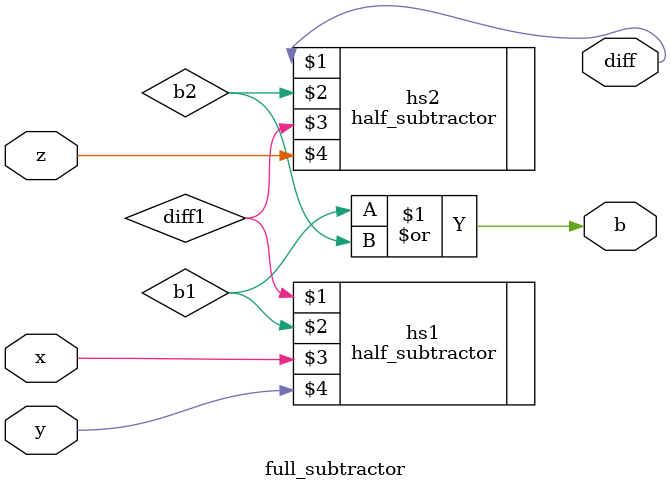
<source format=v>
module full_subtractor(diff, b, x, y, z); /* x - y - z */

input x, y, z;
output diff, b;


/* Structural using two Half Subtractors */

wire diff1, b1, b2;

half_subtractor hs1(diff1, b1, x, y);
half_subtractor hs2(diff, b2, diff1, z);

or o1(b, b1, b2);



/* Gate Level

wire x11, w1, w2, w3;

xor x1(diff, x, y, z);
not n1(x11, x);
and a1(w1, x11, y);
or o1(w2, x11, y);
and a2(w3, z, w2);
or o2(b, w1, w3);

*/


/* Dataflow Model

assign diff = x^y^z;
assign b = (!x)&y | y&z | (!x)&z;

*/


/* Behavioural Model - prefer {s, y, z} in case. Output is reg as usual.

always @(x or y or z) begin

case({x, y, z})

3'b000: begin 
diff = 0; 
b = 0;
end

3'b001: begin 
diff = 1; 
b = 1;
end 

3'b010: begin 
diff = 1; 
b = 1;
end 

3'b011: begin 
diff = 0; 
b = 1;
end

3'b100: begin 
diff = 1; 
b = 0;
end

3'b101: begin 
diff = 0; 
b = 0;
end

3'b110: begin 
diff = 0; 
b = 0;
end 

3'b111: begin 
diff = 1; 
b = 1;
end

endcase
end
*/

endmodule




/*
module testbench;

reg x, y, z;
wire diff, b;

full_subtractor fs1(diff, b, x, y, z);

initial begin

x = 0; y = 0; z = 0;
#100 x = 0; y = 0; z = 1;
#100 x = 0; y = 1; z = 0;
#100 x = 0; y = 1; z = 1;
#100 x = 1; y = 0; z = 0;
#100 x = 1; y = 0; z = 1;
#100 x = 1; y = 1; z = 0;
#100 x = 1; y = 1; z = 1;

end

endmodule
*/
</source>
